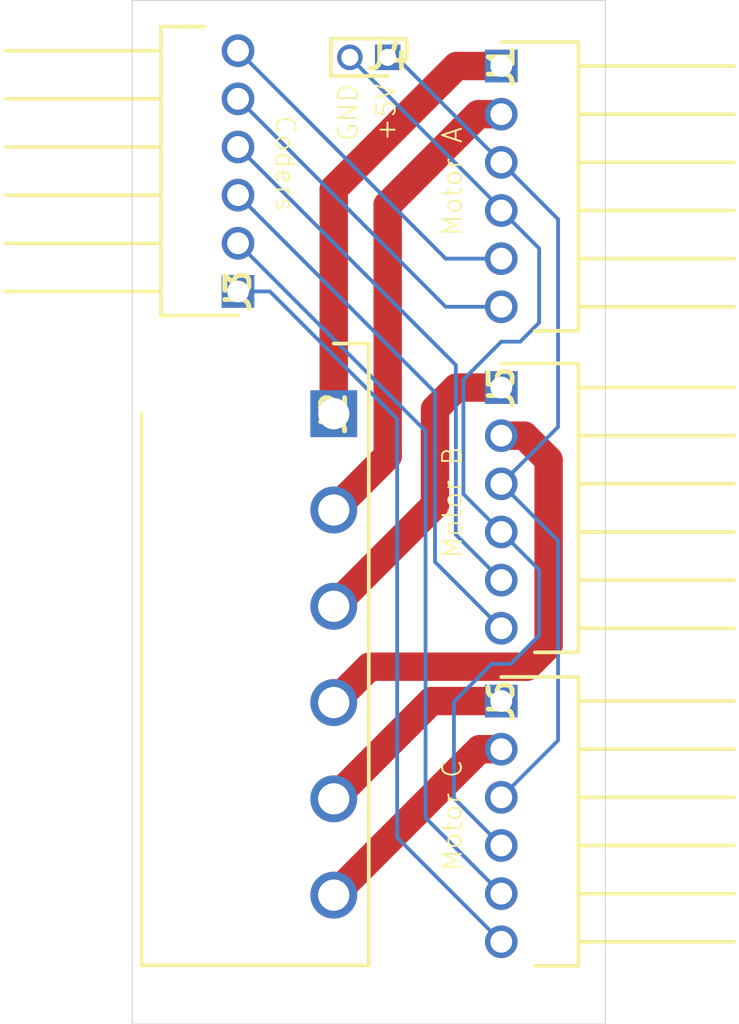
<source format=kicad_pcb>
(kicad_pcb (version 20240108) (generator "pcbnew") (generator_version "8.0")
  (layers (0 "F.Cu" signal) (31 "B.Cu" signal) (34 "B.Paste" user) (35 "F.Paste" user) (36 "B.SilkS" user "B.Silkscreen") (37 "F.SilkS" user "F.Silkscreen") (38 "B.Mask" user) (39 "F.Mask" user) (44 "Edge.Cuts" user))
  (net 0 "")
  (net 1 "COD1_A")
  (net 2 "OUT2_A")
  (net 3 "OUT1_A")
  (net 4 "+5V")
  (net 5 "COD2_A")
  (net 6 "GND")
  (net 7 "COD1_C")
  (net 8 "COD2_B")
  (net 9 "COD2_C")
  (net 10 "COD1_B")
  (net 11 "OUT2_B")
  (net 12 "OUT1_B")
  (net 13 "OUT2_C")
  (net 14 "OUT1_C")
  (footprint "6header:HDRRA6W66P0X254_1X6_1524X229X249P" (layer "F.Cu") (at 146.5 61.96 -90)
    (property "Reference" "J1" (at 0 0 90) (layer "F.SilkS") (effects (font (size 1.27 1.27) (thickness 0.254))))
    (property "Value" "22-28-8063" (hide yes))
    (fp_line (start -1.27 0) (end -1.27 -4.07) (stroke (width 0.2)) (layer "F.SilkS"))
    (fp_line (start -1.27 -4.07) (end 13.97 -4.07) (stroke (width 0.2)) (layer "F.SilkS"))
    (fp_line (start 0 -4.07) (end 0 -12.3) (stroke (width 0.2)) (layer "F.SilkS"))
    (fp_line (start 2.54 -4.07) (end 2.54 -12.3) (stroke (width 0.2)) (layer "F.SilkS"))
    (fp_line (start 5.08 -4.07) (end 5.08 -12.3) (stroke (width 0.2)) (layer "F.SilkS"))
    (fp_line (start 7.62 -4.07) (end 7.62 -12.3) (stroke (width 0.2)) (layer "F.SilkS"))
    (fp_line (start 10.16 -4.07) (end 10.16 -12.3) (stroke (width 0.2)) (layer "F.SilkS"))
    (fp_line (start 12.7 -4.07) (end 12.7 -12.3) (stroke (width 0.2)) (layer "F.SilkS"))
    (fp_line (start 13.97 -4.07) (end 13.97 -1.78) (stroke (width 0.2)) (layer "F.SilkS"))
    (pad "1" thru_hole rect (at 0 0 270) (size 1.725 1.725) (drill 1.15) (layers "*.Cu" "*.Mask") (net 3 "OUT1_A"))
    (pad "2" thru_hole circle (at 2.54 0 270) (size 1.725 1.725) (drill 1.15) (layers "*.Cu" "*.Mask") (net 2 "OUT2_A"))
    (pad "3" thru_hole circle (at 5.08 0 270) (size 1.725 1.725) (drill 1.15) (layers "*.Cu" "*.Mask") (net 4 "+5V"))
    (pad "4" thru_hole circle (at 7.62 0 270) (size 1.725 1.725) (drill 1.15) (layers "*.Cu" "*.Mask") (net 6 "GND"))
    (pad "5" thru_hole circle (at 10.16 0 270) (size 1.725 1.725) (drill 1.15) (layers "*.Cu" "*.Mask") (net 1 "COD1_A"))
    (pad "6" thru_hole circle (at 12.7 0 270) (size 1.725 1.725) (drill 1.15) (layers "*.Cu" "*.Mask") (net 5 "COD2_A"))
  )
  (footprint "2terminal:HDRV2W50P0X200_1X2_400X197X550P" (layer "F.Cu") (at 140.5 61.5)
    (property "Reference" "J4" (at 0 0 0) (layer "F.SilkS") (effects (font (size 1.27 1.27) (thickness 0.254))))
    (property "Value" "TMM-102-03-G-S" (hide yes))
    (fp_line (start -3 -0.985) (end 1 -0.985) (stroke (width 0.2)) (layer "F.SilkS"))
    (fp_line (start -3 0.985) (end -3 -0.985) (stroke (width 0.2)) (layer "F.SilkS"))
    (fp_line (start 0 0.985) (end -3 0.985) (stroke (width 0.2)) (layer "F.SilkS"))
    (fp_line (start 1 -0.985) (end 1 0) (stroke (width 0.2)) (layer "F.SilkS"))
    (pad "1" thru_hole rect (at 0 0) (size 1.35 1.35) (drill 0.9) (layers "*.Cu" "*.Mask") (net 4 "+5V"))
    (pad "2" thru_hole circle (at -2 0) (size 1.35 1.35) (drill 0.9) (layers "*.Cu" "*.Mask") (net 6 "GND"))
  )
  (footprint "6header:HDRRA6W66P0X254_1X6_1524X229X249P" (layer "F.Cu") (at 132.594 73.85 90)
    (property "Reference" "J3" (at 0 0 90) (layer "F.SilkS") (effects (font (size 1.27 1.27) (thickness 0.254))))
    (property "Value" "22-28-8063" (hide yes))
    (fp_line (start 13.97 -4.07) (end 13.97 -1.78) (stroke (width 0.2)) (layer "F.SilkS"))
    (fp_line (start 12.7 -4.07) (end 12.7 -12.3) (stroke (width 0.2)) (layer "F.SilkS"))
    (fp_line (start 10.16 -4.07) (end 10.16 -12.3) (stroke (width 0.2)) (layer "F.SilkS"))
    (fp_line (start 7.62 -4.07) (end 7.62 -12.3) (stroke (width 0.2)) (layer "F.SilkS"))
    (fp_line (start 5.08 -4.07) (end 5.08 -12.3) (stroke (width 0.2)) (layer "F.SilkS"))
    (fp_line (start 2.54 -4.07) (end 2.54 -12.3) (stroke (width 0.2)) (layer "F.SilkS"))
    (fp_line (start 0 -4.07) (end 0 -12.3) (stroke (width 0.2)) (layer "F.SilkS"))
    (fp_line (start -1.27 -4.07) (end 13.97 -4.07) (stroke (width 0.2)) (layer "F.SilkS"))
    (fp_line (start -1.27 0) (end -1.27 -4.07) (stroke (width 0.2)) (layer "F.SilkS"))
    (pad "1" thru_hole rect (at 0 0 90) (size 1.725 1.725) (drill 1.15) (layers "*.Cu" "*.Mask") (net 9 "COD2_C"))
    (pad "2" thru_hole circle (at 2.54 0 90) (size 1.725 1.725) (drill 1.15) (layers "*.Cu" "*.Mask") (net 7 "COD1_C"))
    (pad "3" thru_hole circle (at 5.08 0 90) (size 1.725 1.725) (drill 1.15) (layers "*.Cu" "*.Mask") (net 8 "COD2_B"))
    (pad "4" thru_hole circle (at 7.62 0 90) (size 1.725 1.725) (drill 1.15) (layers "*.Cu" "*.Mask") (net 10 "COD1_B"))
    (pad "5" thru_hole circle (at 10.16 0 90) (size 1.725 1.725) (drill 1.15) (layers "*.Cu" "*.Mask") (net 5 "COD2_A"))
    (pad "6" thru_hole circle (at 12.7 0 90) (size 1.725 1.725) (drill 1.15) (layers "*.Cu" "*.Mask") (net 1 "COD1_A"))
  )
  (footprint "6terminal:SHDR6W102P0X508_1X6_3230X1200X850P" (layer "F.Cu") (at 137.65 80.3 -90)
    (property "Reference" "J2" (at 0 0 -90) (layer "F.SilkS") (effects (font (size 1.27 1.27) (thickness 0.254))))
    (property "Value" "796638-6" (hide yes))
    (fp_line (start 0 10.15) (end 29.1 10.15) (stroke (width 0.2)) (layer "F.SilkS"))
    (fp_line (start 29.1 10.15) (end 29.1 -1.85) (stroke (width 0.2)) (layer "F.SilkS"))
    (fp_line (start -3.7 -1.85) (end -3.7 0) (stroke (width 0.2)) (layer "F.SilkS"))
    (fp_line (start 29.1 -1.85) (end -3.7 -1.85) (stroke (width 0.2)) (layer "F.SilkS"))
    (pad "1" thru_hole rect (at 0 0 270) (size 2.475 2.475) (drill 1.65) (layers "*.Cu" "*.Mask") (net 3 "OUT1_A"))
    (pad "2" thru_hole circle (at 5.08 0 270) (size 2.475 2.475) (drill 1.65) (layers "*.Cu" "*.Mask") (net 2 "OUT2_A"))
    (pad "3" thru_hole circle (at 10.16 0 270) (size 2.475 2.475) (drill 1.65) (layers "*.Cu" "*.Mask") (net 12 "OUT1_B"))
    (pad "4" thru_hole circle (at 15.24 0 270) (size 2.475 2.475) (drill 1.65) (layers "*.Cu" "*.Mask") (net 11 "OUT2_B"))
    (pad "5" thru_hole circle (at 20.32 0 270) (size 2.475 2.475) (drill 1.65) (layers "*.Cu" "*.Mask") (net 14 "OUT1_C"))
    (pad "6" thru_hole circle (at 25.4 0 270) (size 2.475 2.475) (drill 1.65) (layers "*.Cu" "*.Mask") (net 13 "OUT2_C"))
  )
  (footprint "6header:HDRRA6W66P0X254_1X6_1524X229X249P" (layer "F.Cu") (at 146.5 78.92 -90)
    (property "Reference" "J5" (at 0 0 90) (layer "F.SilkS") (effects (font (size 1.27 1.27) (thickness 0.254))))
    (property "Value" "22-28-8063" (hide yes))
    (fp_line (start -1.27 0) (end -1.27 -4.07) (stroke (width 0.2)) (layer "F.SilkS"))
    (fp_line (start -1.27 -4.07) (end 13.97 -4.07) (stroke (width 0.2)) (layer "F.SilkS"))
    (fp_line (start 0 -4.07) (end 0 -12.3) (stroke (width 0.2)) (layer "F.SilkS"))
    (fp_line (start 2.54 -4.07) (end 2.54 -12.3) (stroke (width 0.2)) (layer "F.SilkS"))
    (fp_line (start 5.08 -4.07) (end 5.08 -12.3) (stroke (width 0.2)) (layer "F.SilkS"))
    (fp_line (start 7.62 -4.07) (end 7.62 -12.3) (stroke (width 0.2)) (layer "F.SilkS"))
    (fp_line (start 10.16 -4.07) (end 10.16 -12.3) (stroke (width 0.2)) (layer "F.SilkS"))
    (fp_line (start 12.7 -4.07) (end 12.7 -12.3) (stroke (width 0.2)) (layer "F.SilkS"))
    (fp_line (start 13.97 -4.07) (end 13.97 -1.78) (stroke (width 0.2)) (layer "F.SilkS"))
    (pad "1" thru_hole rect (at 0 0 270) (size 1.725 1.725) (drill 1.15) (layers "*.Cu" "*.Mask") (net 12 "OUT1_B"))
    (pad "2" thru_hole circle (at 2.54 0 270) (size 1.725 1.725) (drill 1.15) (layers "*.Cu" "*.Mask") (net 11 "OUT2_B"))
    (pad "3" thru_hole circle (at 5.08 0 270) (size 1.725 1.725) (drill 1.15) (layers "*.Cu" "*.Mask") (net 4 "+5V"))
    (pad "4" thru_hole circle (at 7.62 0 270) (size 1.725 1.725) (drill 1.15) (layers "*.Cu" "*.Mask") (net 6 "GND"))
    (pad "5" thru_hole circle (at 10.16 0 270) (size 1.725 1.725) (drill 1.15) (layers "*.Cu" "*.Mask") (net 10 "COD1_B"))
    (pad "6" thru_hole circle (at 12.7 0 270) (size 1.725 1.725) (drill 1.15) (layers "*.Cu" "*.Mask") (net 8 "COD2_B"))
  )
  (footprint "6header:HDRRA6W66P0X254_1X6_1524X229X249P" (layer "F.Cu") (at 146.5 95.46 -90)
    (property "Reference" "J6" (at 0 0 90) (layer "F.SilkS") (effects (font (size 1.27 1.27) (thickness 0.254))))
    (property "Value" "22-28-8063" (hide yes))
    (fp_line (start -1.27 0) (end -1.27 -4.07) (stroke (width 0.2)) (layer "F.SilkS"))
    (fp_line (start -1.27 -4.07) (end 13.97 -4.07) (stroke (width 0.2)) (layer "F.SilkS"))
    (fp_line (start 0 -4.07) (end 0 -12.3) (stroke (width 0.2)) (layer "F.SilkS"))
    (fp_line (start 2.54 -4.07) (end 2.54 -12.3) (stroke (width 0.2)) (layer "F.SilkS"))
    (fp_line (start 5.08 -4.07) (end 5.08 -12.3) (stroke (width 0.2)) (layer "F.SilkS"))
    (fp_line (start 7.62 -4.07) (end 7.62 -12.3) (stroke (width 0.2)) (layer "F.SilkS"))
    (fp_line (start 10.16 -4.07) (end 10.16 -12.3) (stroke (width 0.2)) (layer "F.SilkS"))
    (fp_line (start 12.7 -4.07) (end 12.7 -12.3) (stroke (width 0.2)) (layer "F.SilkS"))
    (fp_line (start 13.97 -4.07) (end 13.97 -1.78) (stroke (width 0.2)) (layer "F.SilkS"))
    (pad "1" thru_hole rect (at 0 0 270) (size 1.725 1.725) (drill 1.15) (layers "*.Cu" "*.Mask") (net 14 "OUT1_C"))
    (pad "2" thru_hole circle (at 2.54 0 270) (size 1.725 1.725) (drill 1.15) (layers "*.Cu" "*.Mask") (net 13 "OUT2_C"))
    (pad "3" thru_hole circle (at 5.08 0 270) (size 1.725 1.725) (drill 1.15) (layers "*.Cu" "*.Mask") (net 4 "+5V"))
    (pad "4" thru_hole circle (at 7.62 0 270) (size 1.725 1.725) (drill 1.15) (layers "*.Cu" "*.Mask") (net 6 "GND"))
    (pad "5" thru_hole circle (at 10.16 0 270) (size 1.725 1.725) (drill 1.15) (layers "*.Cu" "*.Mask") (net 7 "COD1_C"))
    (pad "6" thru_hole circle (at 12.7 0 270) (size 1.725 1.725) (drill 1.15) (layers "*.Cu" "*.Mask") (net 9 "COD2_C"))
  )
  (gr_rect (start 127 58.5) (end 152 112.5) (stroke (width 0.05)) (fill none) (layer "Edge.Cuts"))
  (gr_text "+5V" (at 141 66 90) (layer "F.SilkS") (effects (font (size 1 1) (thickness 0.1)) (justify left bottom)))
  (gr_text "GND" (at 139 66 90) (layer "F.SilkS") (effects (font (size 1 1) (thickness 0.1)) (justify left bottom)))
  (gr_text "Coders" (at 134.5 64.5 270) (layer "F.SilkS") (effects (font (size 1 1) (thickness 0.1)) (justify left bottom)))
  (gr_text "Motor B" (at 144.5 88 90) (layer "F.SilkS") (effects (font (size 1 1) (thickness 0.1)) (justify left bottom)))
  (gr_text "Motor A" (at 144.5 71 90) (layer "F.SilkS") (effects (font (size 1 1) (thickness 0.1)) (justify left bottom)))
  (gr_text "Motor C" (at 144.5 104.5 90) (layer "F.SilkS") (effects (font (size 1 1) (thickness 0.1)) (justify left bottom)))
  (segment (start 143.564 72.12) (end 132.594 61.15) (width 0.2) (layer "B.Cu") (net 1))
  (segment (start 146.5 72.12) (end 143.564 72.12) (width 0.2) (layer "B.Cu") (net 1))
  (segment (start 140.5 69.280241) (end 145.280241 64.5) (width 1.5) (layer "F.Cu") (net 2))
  (segment (start 145.280241 64.5) (end 146.5 64.5) (width 1.5) (layer "F.Cu") (net 2))
  (segment (start 140.5 82.53) (end 140.5 69.280241) (width 1.5) (layer "F.Cu") (net 2))
  (segment (start 137.65 85.38) (end 140.5 82.53) (width 1.5) (layer "F.Cu") (net 2))
  (segment (start 137.65 68.4475) (end 144.1375 61.96) (width 1.5) (layer "F.Cu") (net 3))
  (segment (start 144.1375 61.96) (end 146.5 61.96) (width 1.5) (layer "F.Cu") (net 3))
  (segment (start 137.65 80.3) (end 137.65 68.4475) (width 1.5) (layer "F.Cu") (net 3))
  (segment (start 146.5 67.04) (end 149.5 70.04) (width 0.2) (layer "B.Cu") (net 4))
  (segment (start 140.96 61.5) (end 146.5 67.04) (width 0.2) (layer "B.Cu") (net 4))
  (segment (start 149.5 87) (end 149.5 97.54) (width 0.2) (layer "B.Cu") (net 4))
  (segment (start 149.5 97.54) (end 146.5 100.54) (width 0.2) (layer "B.Cu") (net 4))
  (segment (start 149.5 81) (end 146.5 84) (width 0.2) (layer "B.Cu") (net 4))
  (segment (start 149.5 70.04) (end 149.5 81) (width 0.2) (layer "B.Cu") (net 4))
  (segment (start 146.5 84) (end 149.5 87) (width 0.2) (layer "B.Cu") (net 4))
  (segment (start 140.5 61.5) (end 140.96 61.5) (width 0.2) (layer "B.Cu") (net 4))
  (segment (start 143.564 74.66) (end 132.594 63.69) (width 0.2) (layer "B.Cu") (net 5))
  (segment (start 146.5 74.66) (end 143.564 74.66) (width 0.2) (layer "B.Cu") (net 5))
  (segment (start 147.5 76.5) (end 146.5 76.5) (width 0.2) (layer "B.Cu") (net 6))
  (segment (start 144 95.5) (end 144 100.58) (width 0.2) (layer "B.Cu") (net 6))
  (segment (start 144.5 84.54) (end 146.5 86.54) (width 0.2) (layer "B.Cu") (net 6))
  (segment (start 144.5 78.5) (end 144.5 84.54) (width 0.2) (layer "B.Cu") (net 6))
  (segment (start 146.5 86.54) (end 148.5 88.54) (width 0.2) (layer "B.Cu") (net 6))
  (segment (start 148.5 92) (end 147 93.5) (width 0.2) (layer "B.Cu") (net 6))
  (segment (start 148.5 71.58) (end 148.5 75.5) (width 0.2) (layer "B.Cu") (net 6))
  (segment (start 138.5 61.5) (end 146.5 69.5) (width 0.2) (layer "B.Cu") (net 6))
  (segment (start 144 100.58) (end 146.5 103.08) (width 0.2) (layer "B.Cu") (net 6))
  (segment (start 146 93.5) (end 144 95.5) (width 0.2) (layer "B.Cu") (net 6))
  (segment (start 148.5 88.54) (end 148.5 92) (width 0.2) (layer "B.Cu") (net 6))
  (segment (start 146.5 69.5) (end 146.5 69.58) (width 0.2) (layer "B.Cu") (net 6))
  (segment (start 146.5 76.5) (end 144.5 78.5) (width 0.2) (layer "B.Cu") (net 6))
  (segment (start 148.5 75.5) (end 147.5 76.5) (width 0.2) (layer "B.Cu") (net 6))
  (segment (start 147 93.5) (end 146 93.5) (width 0.2) (layer "B.Cu") (net 6))
  (segment (start 146.5 69.58) (end 148.5 71.58) (width 0.2) (layer "B.Cu") (net 6))
  (segment (start 142.5 81.216) (end 132.594 71.31) (width 0.2) (layer "B.Cu") (net 7))
  (segment (start 142.5 101.62) (end 142.5 81.216) (width 0.2) (layer "B.Cu") (net 7))
  (segment (start 146.5 105.62) (end 142.5 101.62) (width 0.2) (layer "B.Cu") (net 7))
  (segment (start 143 79.176) (end 132.594 68.77) (width 0.2) (layer "B.Cu") (net 8))
  (segment (start 146.5 91.62) (end 143 88.12) (width 0.2) (layer "B.Cu") (net 8))
  (segment (start 143 88.12) (end 143 79.176) (width 0.2) (layer "B.Cu") (net 8))
  (segment (start 134.275 73.85) (end 132.594 73.85) (width 0.2) (layer "B.Cu") (net 9))
  (segment (start 146.5 108.16) (end 141 102.66) (width 0.2) (layer "B.Cu") (net 9))
  (segment (start 141 102.66) (end 141 80.575) (width 0.2) (layer "B.Cu") (net 9))
  (segment (start 141 80.575) (end 134.275 73.85) (width 0.2) (layer "B.Cu") (net 9))
  (segment (start 146.5 89.08) (end 144.1 86.68) (width 0.2) (layer "B.Cu") (net 10))
  (segment (start 144.1 77.736) (end 132.594 66.23) (width 0.2) (layer "B.Cu") (net 10))
  (segment (start 144.1 86.68) (end 144.1 77.736) (width 0.2) (layer "B.Cu") (net 10))
  (segment (start 137.65 95.54) (end 139.5425 93.6475) (width 1.5) (layer "F.Cu") (net 11))
  (segment (start 139.5425 93.6475) (end 147.8525 93.6475) (width 1.5) (layer "F.Cu") (net 11))
  (segment (start 147.719759 81.46) (end 146.5 81.46) (width 1.5) (layer "F.Cu") (net 11))
  (segment (start 149 92.5) (end 149 82.740241) (width 1.5) (layer "F.Cu") (net 11))
  (segment (start 147.8525 93.6475) (end 149 92.5) (width 1.5) (layer "F.Cu") (net 11))
  (segment (start 149 82.740241) (end 147.719759 81.46) (width 1.5) (layer "F.Cu") (net 11))
  (segment (start 137.65 90.46) (end 143 85.11) (width 1.5) (layer "F.Cu") (net 12))
  (segment (start 143 80.0575) (end 144.1375 78.92) (width 1.5) (layer "F.Cu") (net 12))
  (segment (start 144.1375 78.92) (end 146.5 78.92) (width 1.5) (layer "F.Cu") (net 12))
  (segment (start 143 85.11) (end 143 80.0575) (width 1.5) (layer "F.Cu") (net 12))
  (segment (start 145.35 98) (end 146.5 98) (width 1.5) (layer "F.Cu") (net 13))
  (segment (start 137.65 105.7) (end 145.35 98) (width 1.5) (layer "F.Cu") (net 13))
  (segment (start 137.65 100.62) (end 142.81 95.46) (width 1.5) (layer "F.Cu") (net 14))
  (segment (start 142.81 95.46) (end 146.5 95.46) (width 1.5) (layer "F.Cu") (net 14))
)
</source>
